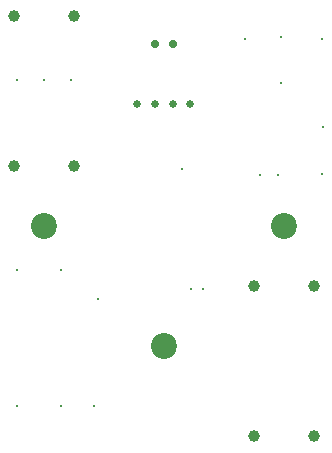
<source format=gbr>
%FSTAX23Y23*%
%MOMM*%
%SFA1B1*%

%IPPOS*%
%ADD41C,2.199996*%
%ADD42C,0.999998*%
%ADD43C,2.199996*%
%ADD44C,2.199996*%
%ADD45C,0.649999*%
%ADD46C,0.699999*%
%ADD47C,0.299999*%
%LNflightstick_buttonpanelv3r_pth_drill-1*%
%LPD*%
G54D41*
X0Y0D03*
G54D42*
X-0762Y1524D03*
X-127D03*
X-0762Y2794D03*
X-127D03*
X07619Y0508D03*
X12699D03*
X07619Y-0762D03*
X12699D03*
G54D43*
X1016Y1016D03*
G54D44*
X-1016Y1016D03*
G54D45*
X02249Y20504D03*
X00749D03*
X-00749D03*
X-02249D03*
G54D46*
X00749Y25584D03*
X-00749D03*
G54D47*
X-05613Y04037D03*
X-05919Y-05013D03*
X-08719D03*
X-12419D03*
X-08719Y06485D03*
X-12419D03*
X-07899Y22579D03*
X03302Y04826D03*
X02286D03*
X01524Y14986D03*
X-10185Y22579D03*
X-12471D03*
X09906Y26162D03*
X06883Y26043D03*
X13383D03*
X13409Y14569D03*
X09683Y14543D03*
X08128Y14478D03*
X13435Y18549D03*
X09906Y22317D03*
M02*
</source>
